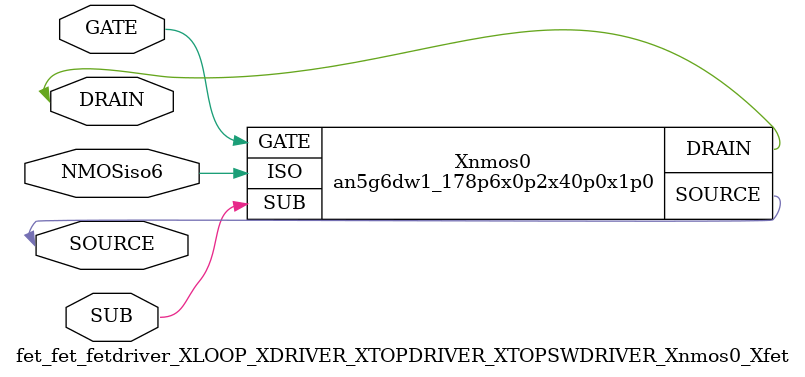
<source format=v>

module an5g6dw1_178p6x0p2x40p0x1p0 (DRAIN,GATE,SOURCE,ISO,SUB);
input GATE;
input ISO;
input SUB;
inout SOURCE;
inout DRAIN;
endmodule

//Celera Confidential Do Not Copy fet_fet_fetdriver_XLOOP_XDRIVER_XTOPDRIVER_XTOPSWDRIVER_Xnmos0_Xfet
//Celera Confidential Symbol Generator
//power NMOS:Ron:0.500 Ohm
//Vgs 6V Vds 6V
//Kelvin:no

module fet_fet_fetdriver_XLOOP_XDRIVER_XTOPDRIVER_XTOPSWDRIVER_Xnmos0_Xfet (GATE,SOURCE,DRAIN,NMOSiso6,SUB);
input GATE;
inout SOURCE;
inout DRAIN;
input SUB;
input NMOSiso6;

//Celera Confidential Do Not Copy an5g6dw1_178p6x0p2x40p0x1p0
an5g6dw1_178p6x0p2x40p0x1p0 Xnmos0(
.DRAIN (DRAIN),
.GATE (GATE),
.SOURCE (SOURCE),
.ISO (NMOSiso6),
.SUB (SUB)
);
//,diesize,an5g6dw1_178p6x0p2x40p0x1p0

//Celera Confidential Do Not Copy Module End
//Celera Schematic Generator
endmodule

</source>
